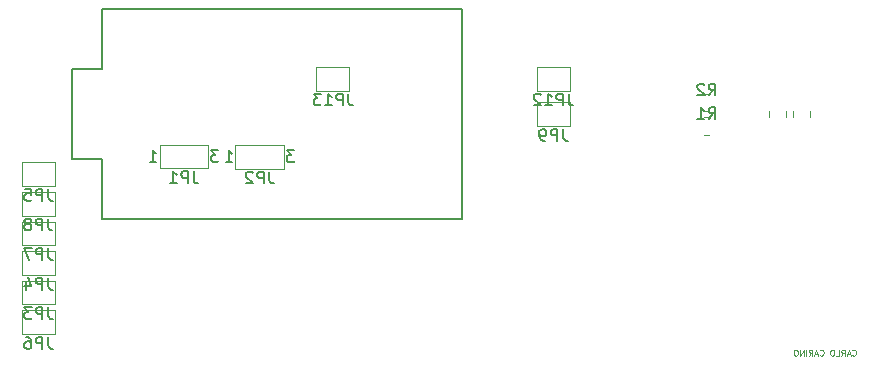
<source format=gbr>
%TF.GenerationSoftware,KiCad,Pcbnew,(5.1.10)-1*%
%TF.CreationDate,2022-01-27T16:25:42+08:00*%
%TF.ProjectId,hat,6861742e-6b69-4636-9164-5f7063625858,rev?*%
%TF.SameCoordinates,Original*%
%TF.FileFunction,Legend,Bot*%
%TF.FilePolarity,Positive*%
%FSLAX46Y46*%
G04 Gerber Fmt 4.6, Leading zero omitted, Abs format (unit mm)*
G04 Created by KiCad (PCBNEW (5.1.10)-1) date 2022-01-27 16:25:42*
%MOMM*%
%LPD*%
G01*
G04 APERTURE LIST*
%ADD10C,0.125000*%
%ADD11C,0.120000*%
%ADD12C,0.150000*%
G04 APERTURE END LIST*
D10*
X175321428Y-94378571D02*
X175345238Y-94402380D01*
X175416666Y-94426190D01*
X175464285Y-94426190D01*
X175535714Y-94402380D01*
X175583333Y-94354761D01*
X175607142Y-94307142D01*
X175630952Y-94211904D01*
X175630952Y-94140476D01*
X175607142Y-94045238D01*
X175583333Y-93997619D01*
X175535714Y-93950000D01*
X175464285Y-93926190D01*
X175416666Y-93926190D01*
X175345238Y-93950000D01*
X175321428Y-93973809D01*
X175130952Y-94283333D02*
X174892857Y-94283333D01*
X175178571Y-94426190D02*
X175011904Y-93926190D01*
X174845238Y-94426190D01*
X174392857Y-94426190D02*
X174559523Y-94188095D01*
X174678571Y-94426190D02*
X174678571Y-93926190D01*
X174488095Y-93926190D01*
X174440476Y-93950000D01*
X174416666Y-93973809D01*
X174392857Y-94021428D01*
X174392857Y-94092857D01*
X174416666Y-94140476D01*
X174440476Y-94164285D01*
X174488095Y-94188095D01*
X174678571Y-94188095D01*
X173940476Y-94426190D02*
X174178571Y-94426190D01*
X174178571Y-93926190D01*
X173678571Y-93926190D02*
X173583333Y-93926190D01*
X173535714Y-93950000D01*
X173488095Y-93997619D01*
X173464285Y-94092857D01*
X173464285Y-94259523D01*
X173488095Y-94354761D01*
X173535714Y-94402380D01*
X173583333Y-94426190D01*
X173678571Y-94426190D01*
X173726190Y-94402380D01*
X173773809Y-94354761D01*
X173797619Y-94259523D01*
X173797619Y-94092857D01*
X173773809Y-93997619D01*
X173726190Y-93950000D01*
X173678571Y-93926190D01*
X172583333Y-94378571D02*
X172607142Y-94402380D01*
X172678571Y-94426190D01*
X172726190Y-94426190D01*
X172797619Y-94402380D01*
X172845238Y-94354761D01*
X172869047Y-94307142D01*
X172892857Y-94211904D01*
X172892857Y-94140476D01*
X172869047Y-94045238D01*
X172845238Y-93997619D01*
X172797619Y-93950000D01*
X172726190Y-93926190D01*
X172678571Y-93926190D01*
X172607142Y-93950000D01*
X172583333Y-93973809D01*
X172392857Y-94283333D02*
X172154761Y-94283333D01*
X172440476Y-94426190D02*
X172273809Y-93926190D01*
X172107142Y-94426190D01*
X171654761Y-94426190D02*
X171821428Y-94188095D01*
X171940476Y-94426190D02*
X171940476Y-93926190D01*
X171750000Y-93926190D01*
X171702380Y-93950000D01*
X171678571Y-93973809D01*
X171654761Y-94021428D01*
X171654761Y-94092857D01*
X171678571Y-94140476D01*
X171702380Y-94164285D01*
X171750000Y-94188095D01*
X171940476Y-94188095D01*
X171440476Y-94426190D02*
X171440476Y-93926190D01*
X171202380Y-94426190D02*
X171202380Y-93926190D01*
X170916666Y-94426190D01*
X170916666Y-93926190D01*
X170583333Y-93926190D02*
X170488095Y-93926190D01*
X170440476Y-93950000D01*
X170392857Y-93997619D01*
X170369047Y-94092857D01*
X170369047Y-94259523D01*
X170392857Y-94354761D01*
X170440476Y-94402380D01*
X170488095Y-94426190D01*
X170583333Y-94426190D01*
X170630952Y-94402380D01*
X170678571Y-94354761D01*
X170702380Y-94259523D01*
X170702380Y-94092857D01*
X170678571Y-93997619D01*
X170630952Y-93950000D01*
X170583333Y-93926190D01*
D11*
%TO.C,JP2*%
X123090000Y-76600000D02*
X123090000Y-78600000D01*
X127190000Y-76600000D02*
X123090000Y-76600000D01*
X127190000Y-78600000D02*
X127190000Y-76600000D01*
X123090000Y-78600000D02*
X127190000Y-78600000D01*
%TO.C,JP1*%
X116670000Y-76580000D02*
X116670000Y-78580000D01*
X120770000Y-76580000D02*
X116670000Y-76580000D01*
X120770000Y-78580000D02*
X120770000Y-76580000D01*
X116670000Y-78580000D02*
X120770000Y-78580000D01*
D12*
%TO.C,U3*%
X142240000Y-65110000D02*
X142240000Y-82890000D01*
X142240000Y-82890000D02*
X111760000Y-82890000D01*
X111760000Y-82890000D02*
X111760000Y-77810000D01*
X111760000Y-77810000D02*
X109220000Y-77810000D01*
X109220000Y-77810000D02*
X109220000Y-70190000D01*
X109220000Y-70190000D02*
X111760000Y-70190000D01*
X111760000Y-70190000D02*
X111760000Y-65110000D01*
X111760000Y-65110000D02*
X142240000Y-65110000D01*
D11*
%TO.C,C2*%
X169735000Y-73738748D02*
X169735000Y-74261252D01*
X168265000Y-73738748D02*
X168265000Y-74261252D01*
%TO.C,C1*%
X171735000Y-73738748D02*
X171735000Y-74261252D01*
X170265000Y-73738748D02*
X170265000Y-74261252D01*
%TO.C,R1*%
X163227064Y-75735000D02*
X162772936Y-75735000D01*
X163227064Y-74265000D02*
X162772936Y-74265000D01*
%TO.C,R2*%
X163227064Y-73735000D02*
X162772936Y-73735000D01*
X163227064Y-72265000D02*
X162772936Y-72265000D01*
%TO.C,JP13*%
X129950000Y-70000000D02*
X129950000Y-72000000D01*
X132750000Y-70000000D02*
X129950000Y-70000000D01*
X132750000Y-72000000D02*
X132750000Y-70000000D01*
X129950000Y-72000000D02*
X132750000Y-72000000D01*
%TO.C,JP12*%
X148600000Y-70000000D02*
X148600000Y-72000000D01*
X151400000Y-70000000D02*
X148600000Y-70000000D01*
X151400000Y-72000000D02*
X151400000Y-70000000D01*
X148600000Y-72000000D02*
X151400000Y-72000000D01*
%TO.C,JP9*%
X148600000Y-73000000D02*
X148600000Y-75000000D01*
X151400000Y-73000000D02*
X148600000Y-73000000D01*
X151400000Y-75000000D02*
X151400000Y-73000000D01*
X148600000Y-75000000D02*
X151400000Y-75000000D01*
%TO.C,JP8*%
X104990000Y-80570000D02*
X104990000Y-82570000D01*
X107790000Y-80570000D02*
X104990000Y-80570000D01*
X107790000Y-82570000D02*
X107790000Y-80570000D01*
X104990000Y-82570000D02*
X107790000Y-82570000D01*
%TO.C,JP7*%
X105000000Y-83080000D02*
X105000000Y-85080000D01*
X107800000Y-83080000D02*
X105000000Y-83080000D01*
X107800000Y-85080000D02*
X107800000Y-83080000D01*
X105000000Y-85080000D02*
X107800000Y-85080000D01*
%TO.C,JP6*%
X105000000Y-90600000D02*
X105000000Y-92600000D01*
X107800000Y-90600000D02*
X105000000Y-90600000D01*
X107800000Y-92600000D02*
X107800000Y-90600000D01*
X105000000Y-92600000D02*
X107800000Y-92600000D01*
%TO.C,JP5*%
X105000000Y-78070000D02*
X105000000Y-80070000D01*
X107800000Y-78070000D02*
X105000000Y-78070000D01*
X107800000Y-80070000D02*
X107800000Y-78070000D01*
X105000000Y-80070000D02*
X107800000Y-80070000D01*
%TO.C,JP4*%
X105000000Y-85590000D02*
X105000000Y-87590000D01*
X107800000Y-85590000D02*
X105000000Y-85590000D01*
X107800000Y-87590000D02*
X107800000Y-85590000D01*
X105000000Y-87590000D02*
X107800000Y-87590000D01*
%TO.C,JP3*%
X105000000Y-88090000D02*
X105000000Y-90090000D01*
X107800000Y-88090000D02*
X105000000Y-88090000D01*
X107800000Y-90090000D02*
X107800000Y-88090000D01*
X105000000Y-90090000D02*
X107800000Y-90090000D01*
%TO.C,JP2*%
D12*
X125973333Y-78852380D02*
X125973333Y-79566666D01*
X126020952Y-79709523D01*
X126116190Y-79804761D01*
X126259047Y-79852380D01*
X126354285Y-79852380D01*
X125497142Y-79852380D02*
X125497142Y-78852380D01*
X125116190Y-78852380D01*
X125020952Y-78900000D01*
X124973333Y-78947619D01*
X124925714Y-79042857D01*
X124925714Y-79185714D01*
X124973333Y-79280952D01*
X125020952Y-79328571D01*
X125116190Y-79376190D01*
X125497142Y-79376190D01*
X124544761Y-78947619D02*
X124497142Y-78900000D01*
X124401904Y-78852380D01*
X124163809Y-78852380D01*
X124068571Y-78900000D01*
X124020952Y-78947619D01*
X123973333Y-79042857D01*
X123973333Y-79138095D01*
X124020952Y-79280952D01*
X124592380Y-79852380D01*
X123973333Y-79852380D01*
X128073333Y-77052380D02*
X127454285Y-77052380D01*
X127787619Y-77433333D01*
X127644761Y-77433333D01*
X127549523Y-77480952D01*
X127501904Y-77528571D01*
X127454285Y-77623809D01*
X127454285Y-77861904D01*
X127501904Y-77957142D01*
X127549523Y-78004761D01*
X127644761Y-78052380D01*
X127930476Y-78052380D01*
X128025714Y-78004761D01*
X128073333Y-77957142D01*
X122254285Y-78052380D02*
X122825714Y-78052380D01*
X122540000Y-78052380D02*
X122540000Y-77052380D01*
X122635238Y-77195238D01*
X122730476Y-77290476D01*
X122825714Y-77338095D01*
%TO.C,JP1*%
X119553333Y-78832380D02*
X119553333Y-79546666D01*
X119600952Y-79689523D01*
X119696190Y-79784761D01*
X119839047Y-79832380D01*
X119934285Y-79832380D01*
X119077142Y-79832380D02*
X119077142Y-78832380D01*
X118696190Y-78832380D01*
X118600952Y-78880000D01*
X118553333Y-78927619D01*
X118505714Y-79022857D01*
X118505714Y-79165714D01*
X118553333Y-79260952D01*
X118600952Y-79308571D01*
X118696190Y-79356190D01*
X119077142Y-79356190D01*
X117553333Y-79832380D02*
X118124761Y-79832380D01*
X117839047Y-79832380D02*
X117839047Y-78832380D01*
X117934285Y-78975238D01*
X118029523Y-79070476D01*
X118124761Y-79118095D01*
X121653333Y-77032380D02*
X121034285Y-77032380D01*
X121367619Y-77413333D01*
X121224761Y-77413333D01*
X121129523Y-77460952D01*
X121081904Y-77508571D01*
X121034285Y-77603809D01*
X121034285Y-77841904D01*
X121081904Y-77937142D01*
X121129523Y-77984761D01*
X121224761Y-78032380D01*
X121510476Y-78032380D01*
X121605714Y-77984761D01*
X121653333Y-77937142D01*
X115834285Y-78032380D02*
X116405714Y-78032380D01*
X116120000Y-78032380D02*
X116120000Y-77032380D01*
X116215238Y-77175238D01*
X116310476Y-77270476D01*
X116405714Y-77318095D01*
%TO.C,R1*%
X163166666Y-74402380D02*
X163500000Y-73926190D01*
X163738095Y-74402380D02*
X163738095Y-73402380D01*
X163357142Y-73402380D01*
X163261904Y-73450000D01*
X163214285Y-73497619D01*
X163166666Y-73592857D01*
X163166666Y-73735714D01*
X163214285Y-73830952D01*
X163261904Y-73878571D01*
X163357142Y-73926190D01*
X163738095Y-73926190D01*
X162214285Y-74402380D02*
X162785714Y-74402380D01*
X162500000Y-74402380D02*
X162500000Y-73402380D01*
X162595238Y-73545238D01*
X162690476Y-73640476D01*
X162785714Y-73688095D01*
%TO.C,R2*%
X163166666Y-72402380D02*
X163500000Y-71926190D01*
X163738095Y-72402380D02*
X163738095Y-71402380D01*
X163357142Y-71402380D01*
X163261904Y-71450000D01*
X163214285Y-71497619D01*
X163166666Y-71592857D01*
X163166666Y-71735714D01*
X163214285Y-71830952D01*
X163261904Y-71878571D01*
X163357142Y-71926190D01*
X163738095Y-71926190D01*
X162785714Y-71497619D02*
X162738095Y-71450000D01*
X162642857Y-71402380D01*
X162404761Y-71402380D01*
X162309523Y-71450000D01*
X162261904Y-71497619D01*
X162214285Y-71592857D01*
X162214285Y-71688095D01*
X162261904Y-71830952D01*
X162833333Y-72402380D01*
X162214285Y-72402380D01*
%TO.C,JP13*%
X132659523Y-72252380D02*
X132659523Y-72966666D01*
X132707142Y-73109523D01*
X132802380Y-73204761D01*
X132945238Y-73252380D01*
X133040476Y-73252380D01*
X132183333Y-73252380D02*
X132183333Y-72252380D01*
X131802380Y-72252380D01*
X131707142Y-72300000D01*
X131659523Y-72347619D01*
X131611904Y-72442857D01*
X131611904Y-72585714D01*
X131659523Y-72680952D01*
X131707142Y-72728571D01*
X131802380Y-72776190D01*
X132183333Y-72776190D01*
X130659523Y-73252380D02*
X131230952Y-73252380D01*
X130945238Y-73252380D02*
X130945238Y-72252380D01*
X131040476Y-72395238D01*
X131135714Y-72490476D01*
X131230952Y-72538095D01*
X130326190Y-72252380D02*
X129707142Y-72252380D01*
X130040476Y-72633333D01*
X129897619Y-72633333D01*
X129802380Y-72680952D01*
X129754761Y-72728571D01*
X129707142Y-72823809D01*
X129707142Y-73061904D01*
X129754761Y-73157142D01*
X129802380Y-73204761D01*
X129897619Y-73252380D01*
X130183333Y-73252380D01*
X130278571Y-73204761D01*
X130326190Y-73157142D01*
%TO.C,JP12*%
X151309523Y-72252380D02*
X151309523Y-72966666D01*
X151357142Y-73109523D01*
X151452380Y-73204761D01*
X151595238Y-73252380D01*
X151690476Y-73252380D01*
X150833333Y-73252380D02*
X150833333Y-72252380D01*
X150452380Y-72252380D01*
X150357142Y-72300000D01*
X150309523Y-72347619D01*
X150261904Y-72442857D01*
X150261904Y-72585714D01*
X150309523Y-72680952D01*
X150357142Y-72728571D01*
X150452380Y-72776190D01*
X150833333Y-72776190D01*
X149309523Y-73252380D02*
X149880952Y-73252380D01*
X149595238Y-73252380D02*
X149595238Y-72252380D01*
X149690476Y-72395238D01*
X149785714Y-72490476D01*
X149880952Y-72538095D01*
X148928571Y-72347619D02*
X148880952Y-72300000D01*
X148785714Y-72252380D01*
X148547619Y-72252380D01*
X148452380Y-72300000D01*
X148404761Y-72347619D01*
X148357142Y-72442857D01*
X148357142Y-72538095D01*
X148404761Y-72680952D01*
X148976190Y-73252380D01*
X148357142Y-73252380D01*
%TO.C,JP9*%
X150833333Y-75252380D02*
X150833333Y-75966666D01*
X150880952Y-76109523D01*
X150976190Y-76204761D01*
X151119047Y-76252380D01*
X151214285Y-76252380D01*
X150357142Y-76252380D02*
X150357142Y-75252380D01*
X149976190Y-75252380D01*
X149880952Y-75300000D01*
X149833333Y-75347619D01*
X149785714Y-75442857D01*
X149785714Y-75585714D01*
X149833333Y-75680952D01*
X149880952Y-75728571D01*
X149976190Y-75776190D01*
X150357142Y-75776190D01*
X149309523Y-76252380D02*
X149119047Y-76252380D01*
X149023809Y-76204761D01*
X148976190Y-76157142D01*
X148880952Y-76014285D01*
X148833333Y-75823809D01*
X148833333Y-75442857D01*
X148880952Y-75347619D01*
X148928571Y-75300000D01*
X149023809Y-75252380D01*
X149214285Y-75252380D01*
X149309523Y-75300000D01*
X149357142Y-75347619D01*
X149404761Y-75442857D01*
X149404761Y-75680952D01*
X149357142Y-75776190D01*
X149309523Y-75823809D01*
X149214285Y-75871428D01*
X149023809Y-75871428D01*
X148928571Y-75823809D01*
X148880952Y-75776190D01*
X148833333Y-75680952D01*
%TO.C,JP8*%
X107223333Y-82822380D02*
X107223333Y-83536666D01*
X107270952Y-83679523D01*
X107366190Y-83774761D01*
X107509047Y-83822380D01*
X107604285Y-83822380D01*
X106747142Y-83822380D02*
X106747142Y-82822380D01*
X106366190Y-82822380D01*
X106270952Y-82870000D01*
X106223333Y-82917619D01*
X106175714Y-83012857D01*
X106175714Y-83155714D01*
X106223333Y-83250952D01*
X106270952Y-83298571D01*
X106366190Y-83346190D01*
X106747142Y-83346190D01*
X105604285Y-83250952D02*
X105699523Y-83203333D01*
X105747142Y-83155714D01*
X105794761Y-83060476D01*
X105794761Y-83012857D01*
X105747142Y-82917619D01*
X105699523Y-82870000D01*
X105604285Y-82822380D01*
X105413809Y-82822380D01*
X105318571Y-82870000D01*
X105270952Y-82917619D01*
X105223333Y-83012857D01*
X105223333Y-83060476D01*
X105270952Y-83155714D01*
X105318571Y-83203333D01*
X105413809Y-83250952D01*
X105604285Y-83250952D01*
X105699523Y-83298571D01*
X105747142Y-83346190D01*
X105794761Y-83441428D01*
X105794761Y-83631904D01*
X105747142Y-83727142D01*
X105699523Y-83774761D01*
X105604285Y-83822380D01*
X105413809Y-83822380D01*
X105318571Y-83774761D01*
X105270952Y-83727142D01*
X105223333Y-83631904D01*
X105223333Y-83441428D01*
X105270952Y-83346190D01*
X105318571Y-83298571D01*
X105413809Y-83250952D01*
%TO.C,JP7*%
X107233333Y-85332380D02*
X107233333Y-86046666D01*
X107280952Y-86189523D01*
X107376190Y-86284761D01*
X107519047Y-86332380D01*
X107614285Y-86332380D01*
X106757142Y-86332380D02*
X106757142Y-85332380D01*
X106376190Y-85332380D01*
X106280952Y-85380000D01*
X106233333Y-85427619D01*
X106185714Y-85522857D01*
X106185714Y-85665714D01*
X106233333Y-85760952D01*
X106280952Y-85808571D01*
X106376190Y-85856190D01*
X106757142Y-85856190D01*
X105852380Y-85332380D02*
X105185714Y-85332380D01*
X105614285Y-86332380D01*
%TO.C,JP6*%
X107233333Y-92852380D02*
X107233333Y-93566666D01*
X107280952Y-93709523D01*
X107376190Y-93804761D01*
X107519047Y-93852380D01*
X107614285Y-93852380D01*
X106757142Y-93852380D02*
X106757142Y-92852380D01*
X106376190Y-92852380D01*
X106280952Y-92900000D01*
X106233333Y-92947619D01*
X106185714Y-93042857D01*
X106185714Y-93185714D01*
X106233333Y-93280952D01*
X106280952Y-93328571D01*
X106376190Y-93376190D01*
X106757142Y-93376190D01*
X105328571Y-92852380D02*
X105519047Y-92852380D01*
X105614285Y-92900000D01*
X105661904Y-92947619D01*
X105757142Y-93090476D01*
X105804761Y-93280952D01*
X105804761Y-93661904D01*
X105757142Y-93757142D01*
X105709523Y-93804761D01*
X105614285Y-93852380D01*
X105423809Y-93852380D01*
X105328571Y-93804761D01*
X105280952Y-93757142D01*
X105233333Y-93661904D01*
X105233333Y-93423809D01*
X105280952Y-93328571D01*
X105328571Y-93280952D01*
X105423809Y-93233333D01*
X105614285Y-93233333D01*
X105709523Y-93280952D01*
X105757142Y-93328571D01*
X105804761Y-93423809D01*
%TO.C,JP5*%
X107233333Y-80322380D02*
X107233333Y-81036666D01*
X107280952Y-81179523D01*
X107376190Y-81274761D01*
X107519047Y-81322380D01*
X107614285Y-81322380D01*
X106757142Y-81322380D02*
X106757142Y-80322380D01*
X106376190Y-80322380D01*
X106280952Y-80370000D01*
X106233333Y-80417619D01*
X106185714Y-80512857D01*
X106185714Y-80655714D01*
X106233333Y-80750952D01*
X106280952Y-80798571D01*
X106376190Y-80846190D01*
X106757142Y-80846190D01*
X105280952Y-80322380D02*
X105757142Y-80322380D01*
X105804761Y-80798571D01*
X105757142Y-80750952D01*
X105661904Y-80703333D01*
X105423809Y-80703333D01*
X105328571Y-80750952D01*
X105280952Y-80798571D01*
X105233333Y-80893809D01*
X105233333Y-81131904D01*
X105280952Y-81227142D01*
X105328571Y-81274761D01*
X105423809Y-81322380D01*
X105661904Y-81322380D01*
X105757142Y-81274761D01*
X105804761Y-81227142D01*
%TO.C,JP4*%
X107233333Y-87842380D02*
X107233333Y-88556666D01*
X107280952Y-88699523D01*
X107376190Y-88794761D01*
X107519047Y-88842380D01*
X107614285Y-88842380D01*
X106757142Y-88842380D02*
X106757142Y-87842380D01*
X106376190Y-87842380D01*
X106280952Y-87890000D01*
X106233333Y-87937619D01*
X106185714Y-88032857D01*
X106185714Y-88175714D01*
X106233333Y-88270952D01*
X106280952Y-88318571D01*
X106376190Y-88366190D01*
X106757142Y-88366190D01*
X105328571Y-88175714D02*
X105328571Y-88842380D01*
X105566666Y-87794761D02*
X105804761Y-88509047D01*
X105185714Y-88509047D01*
%TO.C,JP3*%
X107233333Y-90342380D02*
X107233333Y-91056666D01*
X107280952Y-91199523D01*
X107376190Y-91294761D01*
X107519047Y-91342380D01*
X107614285Y-91342380D01*
X106757142Y-91342380D02*
X106757142Y-90342380D01*
X106376190Y-90342380D01*
X106280952Y-90390000D01*
X106233333Y-90437619D01*
X106185714Y-90532857D01*
X106185714Y-90675714D01*
X106233333Y-90770952D01*
X106280952Y-90818571D01*
X106376190Y-90866190D01*
X106757142Y-90866190D01*
X105852380Y-90342380D02*
X105233333Y-90342380D01*
X105566666Y-90723333D01*
X105423809Y-90723333D01*
X105328571Y-90770952D01*
X105280952Y-90818571D01*
X105233333Y-90913809D01*
X105233333Y-91151904D01*
X105280952Y-91247142D01*
X105328571Y-91294761D01*
X105423809Y-91342380D01*
X105709523Y-91342380D01*
X105804761Y-91294761D01*
X105852380Y-91247142D01*
%TD*%
M02*

</source>
